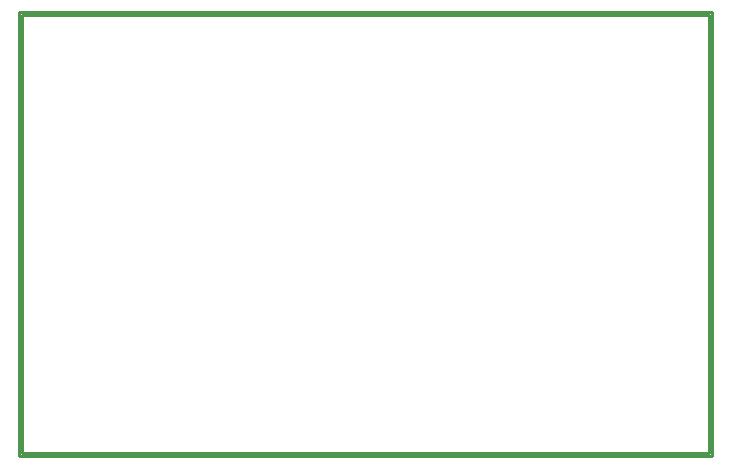
<source format=gbo>
G04*
G04 #@! TF.GenerationSoftware,Altium Limited,Altium Designer,20.1.14 (287)*
G04*
G04 Layer_Color=32896*
%FSLAX25Y25*%
%MOIN*%
G70*
G04*
G04 #@! TF.SameCoordinates,32D4A6E9-0C54-4149-BE24-DE0316A2B815*
G04*
G04*
G04 #@! TF.FilePolarity,Positive*
G04*
G01*
G75*
%ADD14C,0.01000*%
D14*
X1000Y1000D02*
X230000D01*
Y147000D01*
X1000D02*
X230000D01*
X1000Y1000D02*
Y147000D01*
X0Y0D02*
X231000D01*
X231000Y148000D02*
X231000Y0D01*
X0Y148000D02*
X231000D01*
X0Y0D02*
Y148000D01*
M02*

</source>
